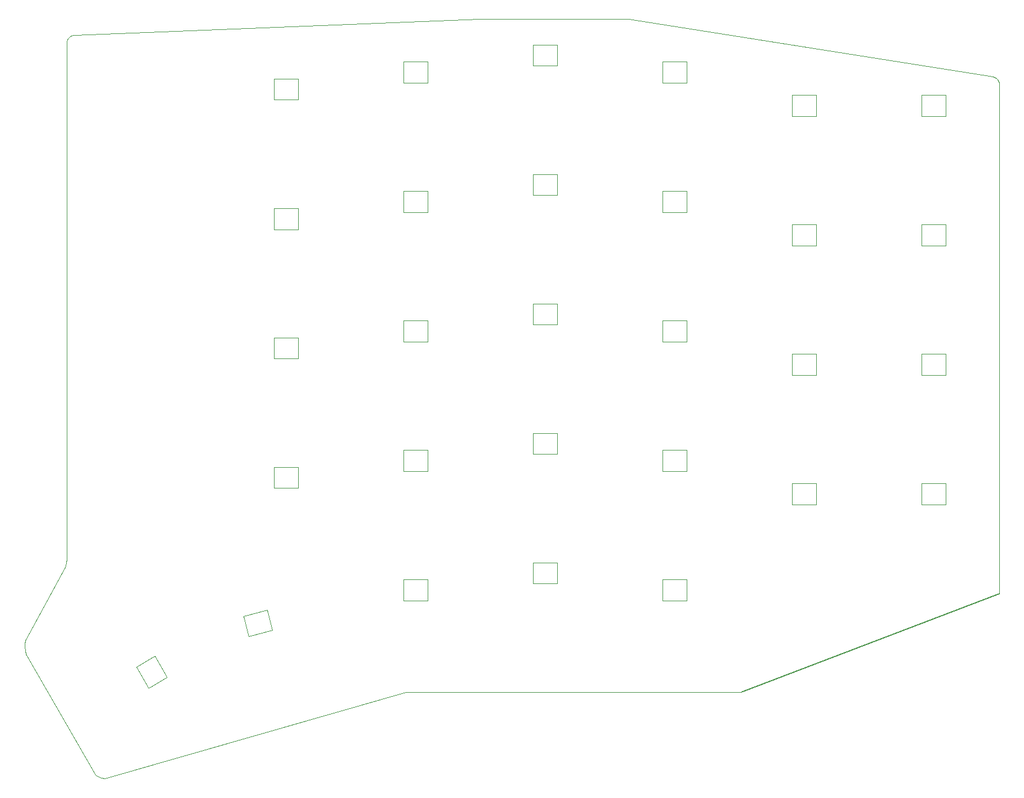
<source format=gm1>
G04 #@! TF.GenerationSoftware,KiCad,Pcbnew,(5.1.12-1-10_14)*
G04 #@! TF.CreationDate,2022-02-07T21:30:47+01:00*
G04 #@! TF.ProjectId,SofleKeyboard,536f666c-654b-4657-9962-6f6172642e6b,rev?*
G04 #@! TF.SameCoordinates,Original*
G04 #@! TF.FileFunction,Profile,NP*
%FSLAX46Y46*%
G04 Gerber Fmt 4.6, Leading zero omitted, Abs format (unit mm)*
G04 Created by KiCad (PCBNEW (5.1.12-1-10_14)) date 2022-02-07 21:30:47*
%MOMM*%
%LPD*%
G01*
G04 APERTURE LIST*
G04 #@! TA.AperFunction,Profile*
%ADD10C,0.100000*%
G04 #@! TD*
G04 #@! TA.AperFunction,Profile*
%ADD11C,0.150000*%
G04 #@! TD*
G04 #@! TA.AperFunction,Profile*
%ADD12C,0.120000*%
G04 #@! TD*
G04 APERTURE END LIST*
D10*
X138154128Y-134000000D02*
X93900000Y-146750000D01*
X225026621Y-43695600D02*
X225168321Y-43835582D01*
X89193680Y-37348815D02*
X89425853Y-37325405D01*
X88977436Y-37415945D02*
X89193680Y-37348815D01*
X149000000Y-35000000D02*
X170950000Y-35000000D01*
X224861871Y-43581466D02*
X225026621Y-43695600D01*
X225168321Y-43835582D02*
X225283881Y-43997807D01*
X88275257Y-114400000D02*
X88273857Y-38477435D01*
D11*
X225470181Y-119500000D02*
X187500000Y-134000000D01*
D10*
X92900000Y-146500000D02*
X93350000Y-146650000D01*
X82150000Y-127900000D02*
X82100000Y-127300000D01*
X93350000Y-146650000D02*
X93900000Y-146750000D01*
X88200000Y-115050000D02*
X88000000Y-115650000D01*
X82100000Y-127300000D02*
X82100000Y-126900000D01*
X82100000Y-126900000D02*
X82200000Y-126400000D01*
X82300000Y-128400000D02*
X82150000Y-127900000D01*
X88275257Y-114400000D02*
X88200000Y-115050000D01*
X149000000Y-35000000D02*
X89425853Y-37325405D01*
X138154128Y-134000000D02*
X187500000Y-134000000D01*
X92550000Y-146200000D02*
X92900000Y-146500000D01*
X88470590Y-37833327D02*
X88611259Y-37662831D01*
X224475441Y-43445146D02*
X224677111Y-43496776D01*
X224677111Y-43496776D02*
X224861871Y-43581466D01*
X88273857Y-38477435D02*
X88297257Y-38245261D01*
X88364377Y-38029014D02*
X88470590Y-37833327D01*
X82200000Y-126400000D02*
X88000000Y-115650000D01*
X225370281Y-44178672D02*
X225424381Y-44374571D01*
X88781752Y-37522160D02*
X88977436Y-37415945D01*
X225424381Y-44374571D02*
X225443181Y-44581902D01*
X88611259Y-37662831D02*
X88781752Y-37522160D01*
X225443181Y-44581902D02*
X225470181Y-119500000D01*
X88297257Y-38245261D02*
X88364377Y-38029014D01*
X170950000Y-35000000D02*
X224475441Y-43445146D01*
X92550000Y-146200000D02*
X82300000Y-128400000D01*
X225283881Y-43997807D02*
X225370281Y-44178672D01*
D12*
X175900000Y-120551000D02*
X179500000Y-120551000D01*
X175900000Y-117451000D02*
X175900000Y-120551000D01*
X179500000Y-117451000D02*
X175900000Y-117451000D01*
X179500000Y-120551000D02*
X179500000Y-117451000D01*
X156850000Y-118051000D02*
X160450000Y-118051000D01*
X156850000Y-114951000D02*
X156850000Y-118051000D01*
X160450000Y-114951000D02*
X156850000Y-114951000D01*
X160450000Y-118051000D02*
X160450000Y-114951000D01*
X137800000Y-120551000D02*
X141400000Y-120551000D01*
X137800000Y-117451000D02*
X137800000Y-120551000D01*
X141400000Y-117451000D02*
X137800000Y-117451000D01*
X141400000Y-120551000D02*
X141400000Y-117451000D01*
X115046312Y-125824174D02*
X118523645Y-124892425D01*
X114243973Y-122829804D02*
X115046312Y-125824174D01*
X117721306Y-121898055D02*
X114243973Y-122829804D01*
X118523645Y-124892425D02*
X117721306Y-121898055D01*
X98537114Y-130266654D02*
X100337114Y-133384346D01*
X101221793Y-128716654D02*
X98537114Y-130266654D01*
X103021793Y-131834346D02*
X101221793Y-128716654D01*
X100337114Y-133384346D02*
X103021793Y-131834346D01*
X214000000Y-106401000D02*
X217600000Y-106401000D01*
X214000000Y-103301000D02*
X214000000Y-106401000D01*
X217600000Y-103301000D02*
X214000000Y-103301000D01*
X217600000Y-106401000D02*
X217600000Y-103301000D01*
X194950000Y-106401000D02*
X198550000Y-106401000D01*
X194950000Y-103301000D02*
X194950000Y-106401000D01*
X198550000Y-103301000D02*
X194950000Y-103301000D01*
X198550000Y-106401000D02*
X198550000Y-103301000D01*
X175900000Y-101501000D02*
X179500000Y-101501000D01*
X175900000Y-98401000D02*
X175900000Y-101501000D01*
X179500000Y-98401000D02*
X175900000Y-98401000D01*
X179500000Y-101501000D02*
X179500000Y-98401000D01*
X156850000Y-99001000D02*
X160450000Y-99001000D01*
X156850000Y-95901000D02*
X156850000Y-99001000D01*
X160450000Y-95901000D02*
X156850000Y-95901000D01*
X160450000Y-99001000D02*
X160450000Y-95901000D01*
X137800000Y-101501000D02*
X141400000Y-101501000D01*
X137800000Y-98401000D02*
X137800000Y-101501000D01*
X141400000Y-98401000D02*
X137800000Y-98401000D01*
X141400000Y-101501000D02*
X141400000Y-98401000D01*
X118750000Y-104001000D02*
X122350000Y-104001000D01*
X118750000Y-100901000D02*
X118750000Y-104001000D01*
X122350000Y-100901000D02*
X118750000Y-100901000D01*
X122350000Y-104001000D02*
X122350000Y-100901000D01*
X214000000Y-87351000D02*
X217600000Y-87351000D01*
X214000000Y-84251000D02*
X214000000Y-87351000D01*
X217600000Y-84251000D02*
X214000000Y-84251000D01*
X217600000Y-87351000D02*
X217600000Y-84251000D01*
X194950000Y-87351000D02*
X198550000Y-87351000D01*
X194950000Y-84251000D02*
X194950000Y-87351000D01*
X198550000Y-84251000D02*
X194950000Y-84251000D01*
X198550000Y-87351000D02*
X198550000Y-84251000D01*
X175900000Y-82451000D02*
X179500000Y-82451000D01*
X175900000Y-79351000D02*
X175900000Y-82451000D01*
X179500000Y-79351000D02*
X175900000Y-79351000D01*
X179500000Y-82451000D02*
X179500000Y-79351000D01*
X156850000Y-79951000D02*
X160450000Y-79951000D01*
X156850000Y-76851000D02*
X156850000Y-79951000D01*
X160450000Y-76851000D02*
X156850000Y-76851000D01*
X160450000Y-79951000D02*
X160450000Y-76851000D01*
X137800000Y-82451000D02*
X141400000Y-82451000D01*
X137800000Y-79351000D02*
X137800000Y-82451000D01*
X141400000Y-79351000D02*
X137800000Y-79351000D01*
X141400000Y-82451000D02*
X141400000Y-79351000D01*
X118750000Y-84951000D02*
X122350000Y-84951000D01*
X118750000Y-81851000D02*
X118750000Y-84951000D01*
X122350000Y-81851000D02*
X118750000Y-81851000D01*
X122350000Y-84951000D02*
X122350000Y-81851000D01*
X214000000Y-68301000D02*
X217600000Y-68301000D01*
X214000000Y-65201000D02*
X214000000Y-68301000D01*
X217600000Y-65201000D02*
X214000000Y-65201000D01*
X217600000Y-68301000D02*
X217600000Y-65201000D01*
X194950000Y-68301000D02*
X198550000Y-68301000D01*
X194950000Y-65201000D02*
X194950000Y-68301000D01*
X198550000Y-65201000D02*
X194950000Y-65201000D01*
X198550000Y-68301000D02*
X198550000Y-65201000D01*
X175900000Y-63401000D02*
X179500000Y-63401000D01*
X175900000Y-60301000D02*
X175900000Y-63401000D01*
X179500000Y-60301000D02*
X175900000Y-60301000D01*
X179500000Y-63401000D02*
X179500000Y-60301000D01*
X156850000Y-60901000D02*
X160450000Y-60901000D01*
X156850000Y-57801000D02*
X156850000Y-60901000D01*
X160450000Y-57801000D02*
X156850000Y-57801000D01*
X160450000Y-60901000D02*
X160450000Y-57801000D01*
X137800000Y-63401000D02*
X141400000Y-63401000D01*
X137800000Y-60301000D02*
X137800000Y-63401000D01*
X141400000Y-60301000D02*
X137800000Y-60301000D01*
X141400000Y-63401000D02*
X141400000Y-60301000D01*
X118750000Y-65951000D02*
X122350000Y-65951000D01*
X118750000Y-62851000D02*
X118750000Y-65951000D01*
X122350000Y-62851000D02*
X118750000Y-62851000D01*
X122350000Y-65951000D02*
X122350000Y-62851000D01*
X214000000Y-49251000D02*
X217600000Y-49251000D01*
X214000000Y-46151000D02*
X214000000Y-49251000D01*
X217600000Y-46151000D02*
X214000000Y-46151000D01*
X217600000Y-49251000D02*
X217600000Y-46151000D01*
X194950000Y-49251000D02*
X198550000Y-49251000D01*
X194950000Y-46151000D02*
X194950000Y-49251000D01*
X198550000Y-46151000D02*
X194950000Y-46151000D01*
X198550000Y-49251000D02*
X198550000Y-46151000D01*
X175900000Y-44351000D02*
X179500000Y-44351000D01*
X175900000Y-41251000D02*
X175900000Y-44351000D01*
X179500000Y-41251000D02*
X175900000Y-41251000D01*
X179500000Y-44351000D02*
X179500000Y-41251000D01*
X156850000Y-41851000D02*
X160450000Y-41851000D01*
X156850000Y-38751000D02*
X156850000Y-41851000D01*
X160450000Y-38751000D02*
X156850000Y-38751000D01*
X160450000Y-41851000D02*
X160450000Y-38751000D01*
X137800000Y-44351000D02*
X141400000Y-44351000D01*
X137800000Y-41251000D02*
X137800000Y-44351000D01*
X141400000Y-41251000D02*
X137800000Y-41251000D01*
X141400000Y-44351000D02*
X141400000Y-41251000D01*
X118750000Y-46851000D02*
X122350000Y-46851000D01*
X118750000Y-43751000D02*
X118750000Y-46851000D01*
X122350000Y-43751000D02*
X118750000Y-43751000D01*
X122350000Y-46851000D02*
X122350000Y-43751000D01*
M02*

</source>
